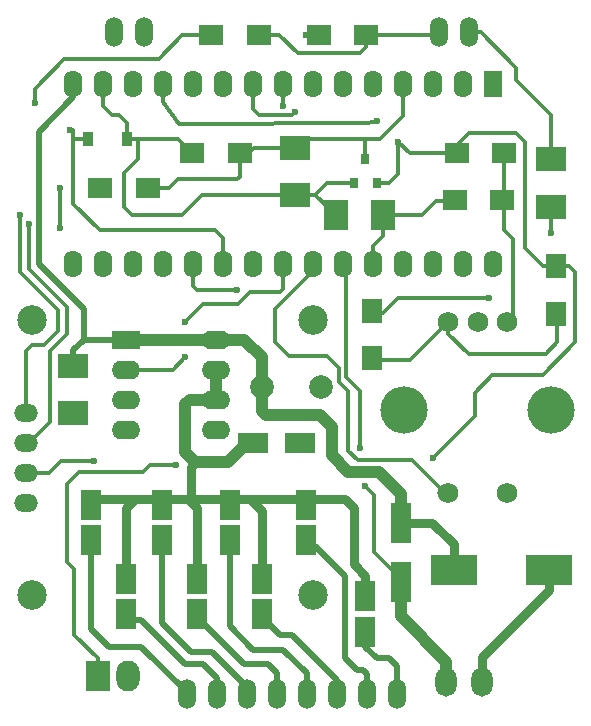
<source format=gbr>
G04 #@! TF.FileFunction,Copper,L1,Top,Signal*
%FSLAX46Y46*%
G04 Gerber Fmt 4.6, Leading zero omitted, Abs format (unit mm)*
G04 Created by KiCad (PCBNEW 4.0.4-stable) date 07/11/19 10:43:22*
%MOMM*%
%LPD*%
G01*
G04 APERTURE LIST*
%ADD10C,0.100000*%
%ADD11O,2.000000X1.524000*%
%ADD12C,2.500000*%
%ADD13R,1.574800X2.286000*%
%ADD14O,1.574800X2.286000*%
%ADD15C,2.000000*%
%ADD16R,2.400000X1.600000*%
%ADD17O,2.400000X1.600000*%
%ADD18O,1.520000X2.520000*%
%ADD19R,2.500000X2.000000*%
%ADD20R,1.800000X3.500000*%
%ADD21R,2.000000X2.500000*%
%ADD22R,4.000000X2.500000*%
%ADD23R,0.800000X0.900000*%
%ADD24R,2.000000X2.600000*%
%ADD25O,2.000000X2.600000*%
%ADD26R,2.000000X1.700000*%
%ADD27R,1.700000X2.000000*%
%ADD28C,1.750000*%
%ADD29O,4.000000X4.000000*%
%ADD30R,0.900000X1.200000*%
%ADD31O,1.800000X2.500000*%
%ADD32R,2.500000X1.800000*%
%ADD33R,1.700000X2.500000*%
%ADD34C,0.600000*%
%ADD35C,0.500000*%
%ADD36C,0.750000*%
%ADD37C,1.000000*%
%ADD38C,0.350000*%
G04 APERTURE END LIST*
D10*
D11*
X72500000Y-111810000D03*
X72500000Y-109270000D03*
X72500000Y-106730000D03*
X72500000Y-104190000D03*
D12*
X96800000Y-119650000D03*
X73000000Y-119650000D03*
X73000000Y-96350000D03*
X96800000Y-96350000D03*
D13*
X112050000Y-76380000D03*
D14*
X109510000Y-76380000D03*
X106970000Y-76380000D03*
X104430000Y-76380000D03*
X101890000Y-76380000D03*
X99350000Y-76380000D03*
X96810000Y-76380000D03*
X94270000Y-76380000D03*
X91730000Y-76380000D03*
X89190000Y-76380000D03*
X86650000Y-76380000D03*
X84110000Y-76380000D03*
X81570000Y-76380000D03*
X79030000Y-76380000D03*
X76490000Y-76380000D03*
X76490000Y-91620000D03*
X79030000Y-91620000D03*
X81570000Y-91620000D03*
X84110000Y-91620000D03*
X86650000Y-91620000D03*
X89190000Y-91620000D03*
X91730000Y-91620000D03*
X94270000Y-91620000D03*
X96810000Y-91620000D03*
X99350000Y-91620000D03*
X101890000Y-91620000D03*
X104430000Y-91620000D03*
X106970000Y-91620000D03*
X109510000Y-91620000D03*
X112050000Y-91620000D03*
D15*
X92450000Y-102000000D03*
X97450000Y-102000000D03*
D16*
X81000000Y-98000000D03*
D17*
X88620000Y-105620000D03*
X81000000Y-100540000D03*
X88620000Y-103080000D03*
X81000000Y-103080000D03*
X88620000Y-100540000D03*
X81000000Y-105620000D03*
X88620000Y-98000000D03*
D18*
X80000000Y-72000000D03*
X82540000Y-72000000D03*
X110000000Y-72000000D03*
X107460000Y-72000000D03*
X86100000Y-128000000D03*
X88640000Y-128000000D03*
X91180000Y-128000000D03*
X93720000Y-128000000D03*
X96260000Y-128000000D03*
X98800000Y-128000000D03*
X101340000Y-128000000D03*
X103880000Y-128000000D03*
D19*
X76500000Y-100250000D03*
X76500000Y-104250000D03*
D20*
X104250000Y-113500000D03*
X104250000Y-118500000D03*
D19*
X117000000Y-86750000D03*
X117000000Y-82750000D03*
D21*
X102750000Y-87500000D03*
X98750000Y-87500000D03*
D22*
X108750000Y-117500000D03*
X116750000Y-117500000D03*
D19*
X95250000Y-85750000D03*
X95250000Y-81750000D03*
D23*
X100300000Y-84750000D03*
X102200000Y-84750000D03*
X101250000Y-82750000D03*
D24*
X78600000Y-126500000D03*
D25*
X81140000Y-126500000D03*
D26*
X92200000Y-72200000D03*
X88200000Y-72200000D03*
X86600000Y-82200000D03*
X90600000Y-82200000D03*
X82800000Y-85200000D03*
X78800000Y-85200000D03*
X109000000Y-82200000D03*
X113000000Y-82200000D03*
X108800000Y-86200000D03*
X112800000Y-86200000D03*
D27*
X101800000Y-95600000D03*
X101800000Y-99600000D03*
X117400000Y-95800000D03*
X117400000Y-91800000D03*
D28*
X113250000Y-96500000D03*
X108250000Y-96500000D03*
X110750000Y-96500000D03*
X108250000Y-111000000D03*
X113250000Y-111000000D03*
D29*
X104550000Y-104000000D03*
X116950000Y-104000000D03*
D30*
X77750000Y-81000000D03*
X81050000Y-81000000D03*
D31*
X111100000Y-127000000D03*
X108100000Y-127000000D03*
D32*
X91700000Y-106750000D03*
X95700000Y-106750000D03*
D26*
X101300000Y-72200000D03*
X97300000Y-72200000D03*
D33*
X78000000Y-112000000D03*
X78000000Y-115000000D03*
X81000000Y-118250000D03*
X81000000Y-121250000D03*
X84000000Y-112000000D03*
X84000000Y-115000000D03*
X87000000Y-118250000D03*
X87000000Y-121250000D03*
X89750000Y-112000000D03*
X89750000Y-115000000D03*
X92500000Y-118250000D03*
X92500000Y-121250000D03*
X96250000Y-112000000D03*
X96250000Y-115000000D03*
X101250000Y-119750000D03*
X101250000Y-122750000D03*
D34*
X97300000Y-72200000D03*
X96250000Y-72250000D03*
X95700000Y-106750000D03*
X96600000Y-106800000D03*
X77250000Y-104250000D03*
X75750000Y-104250000D03*
X78800000Y-85200000D03*
X75400000Y-85200000D03*
X75400000Y-88600000D03*
X101200000Y-110400000D03*
X85200000Y-108600000D03*
X100800000Y-107200000D03*
X104000000Y-81250000D03*
X102250000Y-79500000D03*
X78250000Y-108250000D03*
X107000000Y-108000000D03*
X86000000Y-96500000D03*
X86000000Y-99500000D03*
X73250000Y-78000000D03*
X76250000Y-80250000D03*
X72750000Y-88250000D03*
X95250000Y-78750000D03*
X94250000Y-78250000D03*
X72000000Y-87500000D03*
X101800000Y-95400000D03*
X90400000Y-93800000D03*
X111750000Y-94500000D03*
X117000000Y-89000000D03*
D35*
X77400000Y-98000000D02*
X77400000Y-95400000D01*
X73600000Y-80400000D02*
X76490000Y-77510000D01*
X73600000Y-91600000D02*
X73600000Y-80400000D01*
X77400000Y-95400000D02*
X73600000Y-91600000D01*
X76490000Y-77510000D02*
X76490000Y-76380000D01*
X81000000Y-98000000D02*
X77400000Y-98000000D01*
X76500000Y-98900000D02*
X76500000Y-100250000D01*
X77400000Y-98000000D02*
X76500000Y-98900000D01*
D36*
X108750000Y-117500000D02*
X108750000Y-115350000D01*
X106900000Y-113500000D02*
X104250000Y-113500000D01*
X108750000Y-115350000D02*
X106900000Y-113500000D01*
D37*
X104250000Y-113500000D02*
X104250000Y-111050000D01*
X92450000Y-104050000D02*
X92450000Y-102000000D01*
X92800000Y-104400000D02*
X92450000Y-104050000D01*
X97400000Y-104400000D02*
X92800000Y-104400000D01*
X98400000Y-105400000D02*
X97400000Y-104400000D01*
X98400000Y-107800000D02*
X98400000Y-105400000D01*
X99800000Y-109200000D02*
X98400000Y-107800000D01*
X102400000Y-109200000D02*
X99800000Y-109200000D01*
X104250000Y-111050000D02*
X102400000Y-109200000D01*
X88620000Y-98000000D02*
X91000000Y-98000000D01*
X91000000Y-98000000D02*
X92450000Y-99450000D01*
X92450000Y-99450000D02*
X92450000Y-102000000D01*
D35*
X76490000Y-76380000D02*
X76490000Y-77010000D01*
D37*
X104500000Y-113250000D02*
X104250000Y-113500000D01*
X88620000Y-98000000D02*
X81000000Y-98000000D01*
D36*
X116750000Y-117500000D02*
X116750000Y-119250000D01*
X111100000Y-124900000D02*
X111100000Y-126600000D01*
X116750000Y-119250000D02*
X111100000Y-124900000D01*
D38*
X96550000Y-106750000D02*
X95700000Y-106750000D01*
X96600000Y-106800000D02*
X96550000Y-106750000D01*
X81050000Y-81000000D02*
X82000000Y-81000000D01*
X79030000Y-76380000D02*
X79030000Y-78230000D01*
X81050000Y-79650000D02*
X81050000Y-81000000D01*
X80400000Y-79000000D02*
X81050000Y-79650000D01*
X79800000Y-79000000D02*
X80400000Y-79000000D01*
X79030000Y-78230000D02*
X79800000Y-79000000D01*
X95250000Y-85750000D02*
X87450000Y-85750000D01*
X87450000Y-85750000D02*
X85700000Y-87500000D01*
X85700000Y-87500000D02*
X81500000Y-87500000D01*
X81500000Y-87500000D02*
X80800000Y-86800000D01*
X80800000Y-86800000D02*
X80800000Y-83900000D01*
X80800000Y-83900000D02*
X82000000Y-82700000D01*
X82000000Y-82700000D02*
X82000000Y-81000000D01*
X82000000Y-81000000D02*
X85400000Y-81000000D01*
X85400000Y-81000000D02*
X86600000Y-82200000D01*
X84000000Y-91510000D02*
X84110000Y-91620000D01*
X97000000Y-85750000D02*
X97500000Y-85250000D01*
X98000000Y-84750000D02*
X100300000Y-84750000D01*
X97500000Y-85250000D02*
X98000000Y-84750000D01*
X95250000Y-85750000D02*
X97000000Y-85750000D01*
X97000000Y-85750000D02*
X98750000Y-87500000D01*
X117000000Y-82750000D02*
X117000000Y-79000000D01*
X111000000Y-72000000D02*
X110000000Y-72000000D01*
X114000000Y-75000000D02*
X111000000Y-72000000D01*
X114000000Y-76000000D02*
X114000000Y-75000000D01*
X117000000Y-79000000D02*
X114000000Y-76000000D01*
D37*
X77250000Y-104250000D02*
X77200000Y-104200000D01*
X77200000Y-104200000D02*
X77050000Y-104200000D01*
D38*
X81000000Y-105620000D02*
X80880000Y-105620000D01*
X104250000Y-118500000D02*
X104250000Y-118250000D01*
X104250000Y-118250000D02*
X102000000Y-116000000D01*
X75400000Y-88600000D02*
X75400000Y-85200000D01*
X102000000Y-111200000D02*
X101200000Y-110400000D01*
X102000000Y-116000000D02*
X102000000Y-111200000D01*
D37*
X108100000Y-126600000D02*
X108100000Y-125300000D01*
X104250000Y-121450000D02*
X104250000Y-118500000D01*
X108100000Y-125300000D02*
X104250000Y-121450000D01*
D38*
X102750000Y-87500000D02*
X106000000Y-87500000D01*
X106000000Y-87500000D02*
X107250000Y-86250000D01*
X102750000Y-87500000D02*
X102750000Y-89250000D01*
X101890000Y-90110000D02*
X101890000Y-91620000D01*
X102750000Y-89250000D02*
X101890000Y-90110000D01*
X107250000Y-86250000D02*
X109000000Y-86250000D01*
X100800000Y-102400000D02*
X99600000Y-101200000D01*
X78600000Y-126000000D02*
X78600000Y-125000000D01*
X78600000Y-125000000D02*
X76600000Y-123000000D01*
X76600000Y-123000000D02*
X76600000Y-117400000D01*
X76600000Y-117400000D02*
X76000000Y-116800000D01*
X76000000Y-116800000D02*
X76000000Y-110200000D01*
X76000000Y-110200000D02*
X77000000Y-109200000D01*
X77000000Y-109200000D02*
X82400000Y-109200000D01*
X82400000Y-109200000D02*
X83000000Y-108600000D01*
X83000000Y-108600000D02*
X85200000Y-108600000D01*
X100800000Y-107200000D02*
X100800000Y-102400000D01*
X99600000Y-101200000D02*
X99600000Y-91870000D01*
X99600000Y-91870000D02*
X99350000Y-91620000D01*
X108250000Y-111000000D02*
X108000000Y-111000000D01*
X108000000Y-111000000D02*
X105200000Y-108200000D01*
X93600000Y-95400000D02*
X96810000Y-92190000D01*
X93600000Y-98200000D02*
X93600000Y-95400000D01*
X94800000Y-99400000D02*
X93600000Y-98200000D01*
X98000000Y-99400000D02*
X94800000Y-99400000D01*
X99000000Y-100400000D02*
X98000000Y-99400000D01*
X99000000Y-101600000D02*
X99000000Y-100400000D01*
X99800000Y-102400000D02*
X99000000Y-101600000D01*
X99800000Y-107400000D02*
X99800000Y-102400000D01*
X100600000Y-108200000D02*
X99800000Y-107400000D01*
X105200000Y-108200000D02*
X100600000Y-108200000D01*
X96810000Y-92190000D02*
X96810000Y-91620000D01*
X96810000Y-91620000D02*
X96810000Y-92190000D01*
X107500000Y-111000000D02*
X108250000Y-111000000D01*
X109000000Y-82250000D02*
X109000000Y-81500000D01*
X109000000Y-81500000D02*
X110000000Y-80500000D01*
X110000000Y-80500000D02*
X114000000Y-80500000D01*
X109000000Y-82250000D02*
X105000000Y-82250000D01*
X105000000Y-82250000D02*
X104000000Y-81250000D01*
X104000000Y-84000000D02*
X104000000Y-81250000D01*
X114000000Y-80500000D02*
X114750000Y-81250000D01*
X103250000Y-84750000D02*
X104000000Y-84000000D01*
X114750000Y-81250000D02*
X114750000Y-90250000D01*
X114750000Y-90250000D02*
X116250000Y-91750000D01*
X102250000Y-79500000D02*
X101500559Y-79706757D01*
X101500559Y-79706757D02*
X85500000Y-79750000D01*
X85500000Y-79750000D02*
X84110000Y-77860000D01*
X84110000Y-77860000D02*
X84110000Y-76380000D01*
X84110000Y-76380000D02*
X84110000Y-75610000D01*
X117500000Y-91750000D02*
X118500000Y-91750000D01*
X74480000Y-109270000D02*
X72500000Y-109270000D01*
X75500000Y-108250000D02*
X74480000Y-109270000D01*
X78250000Y-108250000D02*
X75500000Y-108250000D01*
X110500000Y-104500000D02*
X107000000Y-108000000D01*
X110500000Y-102500000D02*
X110500000Y-104500000D01*
X112000000Y-101000000D02*
X110500000Y-102500000D01*
X116250000Y-101000000D02*
X112000000Y-101000000D01*
X119000000Y-98250000D02*
X116250000Y-101000000D01*
X119000000Y-92250000D02*
X119000000Y-98250000D01*
X118500000Y-91750000D02*
X119000000Y-92250000D01*
X116250000Y-91750000D02*
X117500000Y-91750000D01*
X102200000Y-84750000D02*
X103250000Y-84750000D01*
D35*
X78000000Y-115500000D02*
X78000000Y-122500000D01*
X82250000Y-124000000D02*
X86100000Y-127850000D01*
X79500000Y-124000000D02*
X82250000Y-124000000D01*
X78000000Y-122500000D02*
X79500000Y-124000000D01*
X86100000Y-127850000D02*
X86100000Y-128000000D01*
X86100000Y-127600000D02*
X86100000Y-128000000D01*
X86100000Y-128000000D02*
X86100000Y-127600000D01*
D38*
X81000000Y-100540000D02*
X84960000Y-100540000D01*
X94270000Y-93730000D02*
X94270000Y-91620000D01*
X94000000Y-94000000D02*
X94270000Y-93730000D01*
X91500000Y-94000000D02*
X94000000Y-94000000D01*
X90500000Y-95000000D02*
X91500000Y-94000000D01*
X87500000Y-95000000D02*
X90500000Y-95000000D01*
X86000000Y-96500000D02*
X87500000Y-95000000D01*
X84960000Y-100540000D02*
X86000000Y-99500000D01*
X77750000Y-81000000D02*
X76500000Y-81000000D01*
X76500000Y-81000000D02*
X76600000Y-81000000D01*
X76600000Y-81000000D02*
X76500000Y-81000000D01*
X88250000Y-72250000D02*
X85750000Y-72250000D01*
X85750000Y-72250000D02*
X83750000Y-74250000D01*
X83750000Y-74250000D02*
X75750000Y-74250000D01*
X75750000Y-74250000D02*
X73250000Y-76750000D01*
X73250000Y-76750000D02*
X73250000Y-78000000D01*
X76500000Y-80250000D02*
X76500000Y-81000000D01*
X76500000Y-81000000D02*
X76500000Y-86500000D01*
X89190000Y-89440000D02*
X89190000Y-91620000D01*
X88500000Y-88750000D02*
X89190000Y-89440000D01*
X78750000Y-88750000D02*
X88500000Y-88750000D01*
X76500000Y-86500000D02*
X78750000Y-88750000D01*
X76250000Y-80250000D02*
X76500000Y-80250000D01*
X101300000Y-72200000D02*
X101300000Y-73200000D01*
X93950000Y-72200000D02*
X92200000Y-72200000D01*
X95500000Y-73750000D02*
X93950000Y-72200000D01*
X100750000Y-73750000D02*
X95500000Y-73750000D01*
X101300000Y-73200000D02*
X100750000Y-73750000D01*
X101300000Y-72200000D02*
X107260000Y-72200000D01*
X107260000Y-72200000D02*
X107460000Y-72000000D01*
X92200000Y-72200000D02*
X92200000Y-72100000D01*
X92350000Y-72250000D02*
X92250000Y-72250000D01*
X92600000Y-72600000D02*
X92250000Y-72250000D01*
X92250000Y-72250000D02*
X92500000Y-72250000D01*
X107210000Y-72250000D02*
X107460000Y-72000000D01*
X72500000Y-106730000D02*
X72770000Y-106730000D01*
X72770000Y-106730000D02*
X74500000Y-105000000D01*
X74500000Y-105000000D02*
X74500000Y-99000000D01*
X74500000Y-99000000D02*
X76000000Y-97500000D01*
X76000000Y-97500000D02*
X76000000Y-95250000D01*
X76000000Y-95250000D02*
X72750000Y-92000000D01*
X72750000Y-92000000D02*
X72750000Y-88250000D01*
X95250000Y-78750000D02*
X95000000Y-79000000D01*
X95000000Y-79000000D02*
X92250000Y-79000000D01*
X92250000Y-79000000D02*
X91730000Y-78480000D01*
X91730000Y-78480000D02*
X91730000Y-76380000D01*
X72500000Y-104190000D02*
X72500000Y-99000000D01*
X94270000Y-78230000D02*
X94270000Y-76380000D01*
X94250000Y-78250000D02*
X94270000Y-78230000D01*
X72000000Y-92250000D02*
X72000000Y-87500000D01*
X75250000Y-95500000D02*
X72000000Y-92250000D01*
X75250000Y-97250000D02*
X75250000Y-95500000D01*
X74000000Y-98500000D02*
X75250000Y-97250000D01*
X73000000Y-98500000D02*
X74000000Y-98500000D01*
X72500000Y-99000000D02*
X73000000Y-98500000D01*
X112000000Y-91670000D02*
X112050000Y-91620000D01*
X113750000Y-89500000D02*
X113750000Y-96000000D01*
X113750000Y-96000000D02*
X113250000Y-96500000D01*
X113000000Y-88750000D02*
X113750000Y-89500000D01*
X113000000Y-86250000D02*
X113000000Y-82250000D01*
X113000000Y-86250000D02*
X113000000Y-88750000D01*
X110000000Y-99250000D02*
X108250000Y-97500000D01*
X116500000Y-99250000D02*
X110000000Y-99250000D01*
X108250000Y-97500000D02*
X108250000Y-96500000D01*
X117500000Y-98250000D02*
X116500000Y-99250000D01*
X105000000Y-99750000D02*
X108250000Y-96500000D01*
X101750000Y-99750000D02*
X105000000Y-99750000D01*
X117500000Y-95750000D02*
X117500000Y-98250000D01*
X90600000Y-82200000D02*
X91400000Y-82200000D01*
X91400000Y-82200000D02*
X91850000Y-81750000D01*
X91850000Y-81750000D02*
X95250000Y-81750000D01*
X90600000Y-82200000D02*
X90600000Y-84200000D01*
X84600000Y-85200000D02*
X82800000Y-85200000D01*
X85400000Y-84400000D02*
X84600000Y-85200000D01*
X90400000Y-84400000D02*
X85400000Y-84400000D01*
X90600000Y-84200000D02*
X90400000Y-84400000D01*
X101250000Y-82750000D02*
X101250000Y-81000000D01*
X95250000Y-81000000D02*
X101250000Y-81000000D01*
X101250000Y-81000000D02*
X102500000Y-81000000D01*
X104430000Y-79070000D02*
X104430000Y-76380000D01*
X102500000Y-81000000D02*
X104430000Y-79070000D01*
X104430000Y-76380000D02*
X104430000Y-75570000D01*
X101800000Y-95400000D02*
X101750000Y-95450000D01*
X87000000Y-93800000D02*
X90400000Y-93800000D01*
X101750000Y-95450000D02*
X101750000Y-95750000D01*
X102750000Y-95750000D02*
X101750000Y-95750000D01*
X104000000Y-94500000D02*
X102750000Y-95750000D01*
X111750000Y-94500000D02*
X104000000Y-94500000D01*
X101750000Y-95750000D02*
X101250000Y-95750000D01*
X86650000Y-93450000D02*
X87000000Y-93800000D01*
X86650000Y-91620000D02*
X86650000Y-93450000D01*
X117000000Y-86750000D02*
X117000000Y-89000000D01*
D35*
X81000000Y-121750000D02*
X82250000Y-121750000D01*
X88640000Y-126640000D02*
X88640000Y-128000000D01*
X87500000Y-125500000D02*
X88640000Y-126640000D01*
X86000000Y-125500000D02*
X87500000Y-125500000D01*
X82250000Y-121750000D02*
X86000000Y-125500000D01*
X88640000Y-127140000D02*
X88640000Y-128000000D01*
X88640000Y-127140000D02*
X88640000Y-128000000D01*
X84000000Y-115500000D02*
X84000000Y-121500000D01*
X88250000Y-124500000D02*
X91180000Y-127430000D01*
X86500000Y-124500000D02*
X88250000Y-124500000D01*
X84000000Y-122000000D02*
X86500000Y-124500000D01*
X84000000Y-121500000D02*
X84000000Y-122000000D01*
X91180000Y-127430000D02*
X91180000Y-128000000D01*
X91180000Y-128000000D02*
X91180000Y-127180000D01*
X87000000Y-121750000D02*
X87250000Y-121750000D01*
X87250000Y-121750000D02*
X91000000Y-125500000D01*
X91000000Y-125500000D02*
X93000000Y-125500000D01*
X93000000Y-125500000D02*
X93720000Y-126220000D01*
X93720000Y-126220000D02*
X93720000Y-128000000D01*
X89750000Y-115500000D02*
X89750000Y-122250000D01*
X96260000Y-126260000D02*
X96260000Y-128000000D01*
X94250000Y-124250000D02*
X96260000Y-126260000D01*
X93250000Y-124250000D02*
X94250000Y-124250000D01*
X91750000Y-124250000D02*
X93250000Y-124250000D01*
X89750000Y-122250000D02*
X91750000Y-124250000D01*
X96260000Y-128000000D02*
X96260000Y-127260000D01*
X92500000Y-121750000D02*
X92750000Y-121750000D01*
X92750000Y-121750000D02*
X94000000Y-123000000D01*
X94000000Y-123000000D02*
X95000000Y-123000000D01*
X95000000Y-123000000D02*
X98800000Y-126800000D01*
X98800000Y-126800000D02*
X98800000Y-128000000D01*
X98500000Y-127700000D02*
X98800000Y-128000000D01*
X98800000Y-127800000D02*
X98800000Y-128000000D01*
X96250000Y-115500000D02*
X97000000Y-115500000D01*
X97000000Y-115500000D02*
X99500000Y-118000000D01*
X99500000Y-118000000D02*
X99500000Y-125000000D01*
X99500000Y-125000000D02*
X100500000Y-126000000D01*
X100500000Y-126000000D02*
X101000000Y-126000000D01*
X101000000Y-126000000D02*
X101340000Y-126340000D01*
X101340000Y-126340000D02*
X101340000Y-128000000D01*
X101250000Y-123250000D02*
X101250000Y-124000000D01*
X101250000Y-124000000D02*
X102250000Y-125000000D01*
X102250000Y-125000000D02*
X103250000Y-125000000D01*
X103250000Y-125000000D02*
X103880000Y-125630000D01*
X103880000Y-125630000D02*
X103880000Y-128000000D01*
D36*
X78000000Y-111500000D02*
X81750000Y-111500000D01*
X86500000Y-111750000D02*
X86500000Y-108800000D01*
X86500000Y-108800000D02*
X86900000Y-108400000D01*
X92500000Y-117750000D02*
X92500000Y-112500000D01*
X92500000Y-112500000D02*
X91500000Y-111500000D01*
X87000000Y-117750000D02*
X87000000Y-112250000D01*
X87000000Y-112250000D02*
X86500000Y-111750000D01*
X86500000Y-111750000D02*
X86250000Y-111500000D01*
X81000000Y-117750000D02*
X81000000Y-112250000D01*
X81000000Y-112250000D02*
X81750000Y-111500000D01*
X81750000Y-111500000D02*
X84000000Y-111500000D01*
X84000000Y-111500000D02*
X86250000Y-111500000D01*
X86250000Y-111500000D02*
X89750000Y-111500000D01*
X89750000Y-111500000D02*
X91500000Y-111500000D01*
X91500000Y-111500000D02*
X96250000Y-111500000D01*
X96250000Y-111500000D02*
X99500000Y-111500000D01*
X99500000Y-111500000D02*
X100250000Y-112250000D01*
X100250000Y-112250000D02*
X100250000Y-117000000D01*
X100250000Y-117000000D02*
X101250000Y-118000000D01*
X101250000Y-118000000D02*
X101250000Y-119250000D01*
D37*
X91700000Y-106750000D02*
X91250000Y-106750000D01*
X91250000Y-106750000D02*
X89600000Y-108400000D01*
X89600000Y-108400000D02*
X86900000Y-108400000D01*
X86500000Y-108000000D02*
X86900000Y-108400000D01*
X88620000Y-103080000D02*
X86420000Y-103080000D01*
X86500000Y-108000000D02*
X86500000Y-108000000D01*
X86000000Y-107500000D02*
X86500000Y-108000000D01*
X86000000Y-103500000D02*
X86000000Y-107500000D01*
X86420000Y-103080000D02*
X86000000Y-103500000D01*
X88620000Y-100540000D02*
X88620000Y-103080000D01*
X88620000Y-103080000D02*
X88540000Y-103000000D01*
M02*

</source>
